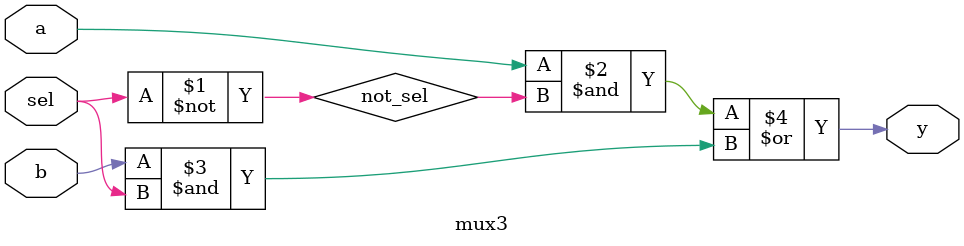
<source format=v>
module mux3(input a, b, sel,
                    output y);

    wire not_sel;

    assign not_sel = ~sel;
    assign y = (a & not_sel) | (b & sel);
endmodule
</source>
